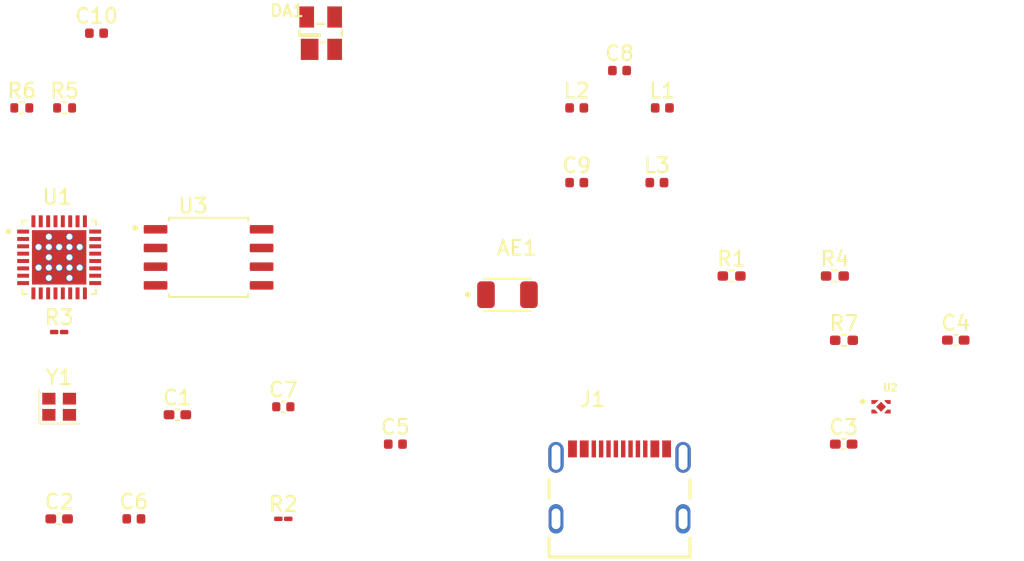
<source format=kicad_pcb>
(kicad_pcb (version 20211014) (generator pcbnew)
  (layers (0 "F.Cu" signal) (31 "B.Cu" signal) (34 "B.Paste" user) (35 "F.Paste" user) (36 "B.SilkS" user "B.Silkscreen") (37 "F.SilkS" user "F.Silkscreen") (38 "B.Mask" user) (39 "F.Mask" user) (44 "Edge.Cuts" user))
  (net 0 "")
  (net 1 "+3V3")
  (net 2 "CS-memory")
  (net 3 "Net-(C2-Pad1)")
  (net 4 "+3.3VA")
  (net 5 "GND")
  (net 6 "SPICLK-memory")
  (net 7 "DI-memory")
  (net 8 "DO-memory")
  (net 9 "Net-(AE1-Pad1)")
  (net 10 "Net-(R3-Pad2)")
  (net 11 "antenna")
  (net 12 "XTAL_N")
  (net 13 "GPIO2_STRAP")
  (net 14 "GPIO8_STRAP")
  (net 15 "XTAL_P")
  (net 16 "GPIO4")
  (net 17 "GPIO5")
  (net 18 "GPIO6")
  (net 19 "GPIO7")
  (net 20 "GPIO9_STRAP")
  (net 21 "GPIO10")
  (net 22 "USB_D-")
  (net 23 "USB_D+")
  (net 24 "GPIO20")
  (net 25 "GPIO21")
  (net 26 "GPIO0")
  (net 27 "GPIO1")
  (net 28 "GPIO3")
  (net 29 "GPIO11-to_breakout-TEST_ONLY")
  (net 30 "GPIO12-with_no_internal_flash_ONLY")
  (net 31 "GPIO13-with_no_internal_flash_ONLY")
  (net 32 "+5V")
  (net 33 "Net-(J1-PadA5)")
  (net 34 "Net-(J1-PadB5)")
  (net 39 "Net-(R7-Pad2)")
  (net 40 "Net-(C7-Pad2)")
  (footprint "Inductor_SMD:L_0402_1005Metric" (layer "F.Cu") (at 96.52 63.5)
    (fp_text reference "C10" (at 0 -1.17) (layer "F.SilkS"))
    (fp_text value "10nF")
    (pad "1" smd roundrect (at -0.485 0) (size 0.59 0.64) (layers "F.Cu" "F.Paste" "F.Mask") (net 4 "+3.3VA"))
    (pad "2" smd roundrect (at 0.485 0) (size 0.59 0.64) (layers "F.Cu" "F.Paste" "F.Mask") (net 5 "GND"))
  )
  (footprint "Inductor_SMD:L_0402_1005Metric" (layer "F.Cu") (at 116.84 91.44)
    (fp_text reference "C5" (at 0 -1.17) (layer "F.SilkS"))
    (fp_text value "4.7uF")
    (pad "1" smd roundrect (at -0.485 0) (size 0.59 0.64) (layers "F.Cu" "F.Paste" "F.Mask") (net 1 "+3V3"))
    (pad "2" smd roundrect (at 0.485 0) (size 0.59 0.64) (layers "F.Cu" "F.Paste" "F.Mask") (net 5 "GND"))
  )
  (footprint "Inductor_SMD:L_0402_1005Metric" (layer "F.Cu") (at 134.62 73.66)
    (fp_text reference "L3" (at 0 -1.17) (layer "F.SilkS"))
    (fp_text value "39nH")
    (pad "1" smd roundrect (at -0.485 0) (size 0.59 0.64) (layers "F.Cu" "F.Paste" "F.Mask") (net 1 "+3V3"))
    (pad "2" smd roundrect (at 0.485 0) (size 0.59 0.64) (layers "F.Cu" "F.Paste" "F.Mask") (net 4 "+3.3VA"))
  )
  (footprint "Resistor_SMD:R_01005_0402Metric_Pad0.57x0.30mm_HandSolder" (layer "F.Cu") (at 109.22 96.52)
    (fp_text reference "R2" (at 0 -1) (layer "F.SilkS"))
    (fp_text value "0")
    (pad "1" smd roundrect (at -0.3375 0) (size 0.575 0.3) (layers "F.Cu" "F.Mask") (net 3 "Net-(C2-Pad1)"))
    (pad "2" smd roundrect (at 0.3375 0) (size 0.575 0.3) (layers "F.Cu" "F.Mask") (net 12 "XTAL_N"))
  )
  (footprint "Resistor_SMD:R_0402_1005Metric" (layer "F.Cu") (at 91.44 68.58)
    (fp_text reference "R6" (at 0 -1.17) (layer "F.SilkS"))
    (fp_text value "10k")
    (fp_line (start -0.153641 -0.38) (end 0.153641 -0.38) (layer "F.SilkS") (width 0.12))
    (fp_line (start -0.153641 0.38) (end 0.153641 0.38) (layer "F.SilkS") (width 0.12))
    (pad "1" smd roundrect (at -0.51 0) (size 0.54 0.64) (layers "F.Cu" "F.Paste" "F.Mask") (net 13 "GPIO2_STRAP"))
    (pad "2" smd roundrect (at 0.51 0) (size 0.54 0.64) (layers "F.Cu" "F.Paste" "F.Mask") (net 1 "+3V3"))
  )
  (footprint "ANT-2450AT18A100E:ANTC3216X140N" (layer "F.Cu") (at 124.46 81.28)
    (fp_text reference "AE1" (at 0.635945 -3.179785) (layer "F.SilkS") (effects (font (size 1.001504 1.001504))))
    (fp_text value "2450AT18A100E")
    (fp_line (start -1.6 -1.09) (end 1.6 -1.09) (layer "F.SilkS") (width 0.127))
    (fp_line (start -1.6 1.09) (end 1.6 1.09) (layer "F.SilkS") (width 0.127))
    (fp_circle (center -2.7 0) (end -2.6 0) (layer "F.SilkS") (width 0.2) (fill none))
    (pad "1" smd roundrect locked (at -1.46 0 180) (size 1.2 1.82) (layers "F.Cu" "F.Paste" "F.Mask") (roundrect_rratio 0.23) (net 9 "Net-(AE1-Pad1)"))
    (pad "2" smd roundrect locked (at 1.46 0 180) (size 1.2 1.82) (layers "F.Cu" "F.Paste" "F.Mask") (roundrect_rratio 0.23))
  )
  (footprint "Inductor_SMD:L_0402_1005Metric" (layer "F.Cu") (at 132.08 66.04)
    (fp_text reference "C8" (at 0 -1.17) (layer "F.SilkS"))
    (fp_text value "100nF")
    (pad "1" smd roundrect (at -0.485 0) (size 0.59 0.64) (layers "F.Cu" "F.Paste" "F.Mask") (net 1 "+3V3"))
    (pad "2" smd roundrect (at 0.485 0) (size 0.59 0.64) (layers "F.Cu" "F.Paste" "F.Mask") (net 5 "GND"))
  )
  (footprint "Resistor_SMD:R_01005_0402Metric_Pad0.57x0.30mm_HandSolder" (layer "F.Cu") (at 93.98 83.82)
    (fp_text reference "R3" (at 0 -1) (layer "F.SilkS"))
    (fp_text value "10k")
    (pad "1" smd roundrect (at -0.3375 0) (size 0.575 0.3) (layers "F.Cu" "F.Mask") (net 1 "+3V3"))
    (pad "2" smd roundrect (at 0.3375 0) (size 0.575 0.3) (layers "F.Cu" "F.Mask") (net 10 "Net-(R3-Pad2)"))
  )
  (footprint "Inductor_SMD:L_0402_1005Metric" (layer "F.Cu") (at 129.17 73.66)
    (fp_text reference "C9" (at 0 -1.17) (layer "F.SilkS"))
    (fp_text value "1uF")
    (pad "1" smd roundrect (at -0.485 0) (size 0.59 0.64) (layers "F.Cu" "F.Paste" "F.Mask") (net 4 "+3.3VA"))
    (pad "2" smd roundrect (at 0.485 0) (size 0.59 0.64) (layers "F.Cu" "F.Paste" "F.Mask") (net 5 "GND"))
  )
  (footprint "Inductor_SMD:L_0402_1005Metric" (layer "F.Cu") (at 129.17 68.58)
    (fp_text reference "L2" (at 0 -1.17) (layer "F.SilkS"))
    (fp_text value "3.9 nH")
    (pad "1" smd roundrect (at -0.485 0) (size 0.59 0.64) (layers "F.Cu" "F.Paste" "F.Mask") (net 40 "Net-(C7-Pad2)"))
    (pad "2" smd roundrect (at 0.485 0) (size 0.59 0.64) (layers "F.Cu" "F.Paste" "F.Mask") (net 9 "Net-(AE1-Pad1)"))
  )
  (footprint "Crystal:Crystal_SMD_2016-4Pin_2.0x1.6mm" (layer "F.Cu") (at 93.98 88.9)
    (fp_text reference "Y1" (at 0 -2) (layer "F.SilkS"))
    (fp_text value "40MHz")
    (fp_line (start -1.35 1.15) (end 1.35 1.15) (layer "F.SilkS") (width 0.12))
    (fp_line (start -1.35 -1.15) (end -1.35 1.15) (layer "F.SilkS") (width 0.12))
    (pad "1" smd rect (at -0.7 0.55) (size 0.9 0.8) (layers "F.Cu" "F.Paste" "F.Mask") (net 15 "XTAL_P"))
    (pad "2" smd rect (at 0.7 0.55) (size 0.9 0.8) (layers "F.Cu" "F.Paste" "F.Mask") (net 5 "GND"))
    (pad "3" smd rect (at 0.7 -0.55) (size 0.9 0.8) (layers "F.Cu" "F.Paste" "F.Mask") (net 3 "Net-(C2-Pad1)"))
    (pad "4" smd rect (at -0.7 -0.55) (size 0.9 0.8) (layers "F.Cu" "F.Paste" "F.Mask") (net 5 "GND"))
  )
  (footprint "Resistor_SMD:R_0402_1005Metric_Pad0.72x0.64mm_HandSolder" (layer "F.Cu") (at 147.34 84.38)
    (fp_text reference "R7" (at 0 -1.17) (layer "F.SilkS"))
    (fp_text value "10k")
    (fp_line (start -0.167621 0.38) (end 0.167621 0.38) (layer "F.SilkS") (width 0.12))
    (fp_line (start -0.167621 -0.38) (end 0.167621 -0.38) (layer "F.SilkS") (width 0.12))
    (pad "1" smd roundrect (at -0.5975 0) (size 0.715 0.64) (layers "F.Cu" "F.Paste" "F.Mask") (net 32 "+5V"))
    (pad "2" smd roundrect (at 0.5975 0) (size 0.715 0.64) (layers "F.Cu" "F.Paste" "F.Mask") (net 39 "Net-(R7-Pad2)"))
  )
  (footprint "ESD_protection-SR05:SOT143" (layer "F.Cu") (at 111.76 63.5)
    (fp_text reference "DA1" (at -2.287055 -1.524705 180) (layer "F.SilkS") (effects (font (size 0.80037 0.80037))))
    (fp_text value "SR05")
    (fp_line (start -1.4478 -0.1778) (end -1.4478 0.1778) (layer "F.SilkS") (width 0.1524))
    (fp_line (start 0.0508 0.635) (end 0.254 0.635) (layer "F.SilkS") (width 0.1524))
    (fp_line (start -0.254 -0.635) (end 0.254 -0.635) (layer "F.SilkS") (width 0.1524))
    (fp_line (start 1.4478 -0.1778) (end 1.4478 0.1778) (layer "F.SilkS") (width 0.1524))
    (fp_poly (pts (xy -1.47434 0) (xy 0 0) (xy 0 0.254197) (xy -1.47434 0.254197)) (layer "F.SilkS") (width 0.01) (fill solid))
    (pad "1" smd rect locked (at -0.75 1.1) (size 1.2 1.44) (layers "F.Cu" "F.Paste" "F.Mask") (net 5 "GND"))
    (pad "2" smd rect locked (at 0.95 1.1) (size 1 1.44) (layers "F.Cu" "F.Paste" "F.Mask") (net 22 "USB_D-"))
    (pad "3" smd rect locked (at 0.95 -1.1) (size 1 1.44) (layers "F.Cu" "F.Paste" "F.Mask") (net 23 "USB_D+"))
    (pad "4" smd rect locked (at -0.95 -1.1) (size 1 1.44) (layers "F.Cu" "F.Paste" "F.Mask") (net 32 "+5V"))
  )
  (footprint "LDO-MIC5524-3-3YMT-TZ:VREG_MIC5524-3.3YMT-TZ" (layer "F.Cu") (at 149.86 88.9)
    (fp_text reference "U2" (at 0.624 -1.3048) (layer "F.SilkS") (effects (font (size 0.48 0.48))))
    (fp_text value "MIC5524-3.3YMT-TZ")
    (fp_circle (center -1.238 -0.342) (end -1.138 -0.342) (layer "F.SilkS") (width 0.2) (fill none))
    (pad "1" smd custom locked (at -0.45 -0.325) (size 0.1 0.1) (layers "F.Cu") (net 1 "+3V3") (options (clearance outline) (anchor rect)) (primitives (gr_poly (pts (xy -0.2 -0.125) (xy -0.2 0.125) (xy 0.02 0.125) (xy 0.27 -0.125)) (width 0.01) (fill yes))))
    (pad "2" smd custom locked (at -0.45 0.325) (size 0.1 0.1) (layers "F.Cu") (net 5 "GND") (options (clearance outline) (anchor rect)) (primitives (gr_poly (pts (xy 0.2 0.125) (xy -0.2 0.125) (xy -0.2 -0.125) (xy 0.02 -0.125) (xy 0.2 0.055)) (width 0.01) (fill yes))))
    (pad "3" smd custom locked (at 0.45 0.325) (size 0.1 0.1) (layers "F.Cu") (net 39 "Net-(R7-Pad2)") (options (clearance outline) (anchor rect)) (primitives (gr_poly (pts (xy 0.2 0.125) (xy -0.2 0.125) (xy -0.2 0.055) (xy -0.02 -0.125) (xy 0.2 -0.125)) (width 0.01) (fill yes))))
    (pad "4" smd custom locked (at 0.45 -0.325) (size 0.1 0.1) (layers "F.Cu") (net 32 "+5V") (options (clearance outline) (anchor rect)) (primitives (gr_poly (pts (xy -0.02 0.125) (xy -0.2 -0.055) (xy -0.2 -0.125) (xy 0.2 -0.125) (xy 0.2 0.125)) (width 0.01) (fill yes))))
    (pad "EP" smd rect locked (at 0 0 45) (size 0.48 0.48) (layers "F.Cu" "F.Paste" "F.Mask") (net 5 "GND"))
  )
  (footprint "Capacitor_SMD:C_0402_1005Metric_Pad0.74x0.62mm_HandSolder" (layer "F.Cu") (at 93.98 96.52)
    (fp_text reference "C2" (at 0 -1.16) (layer "F.SilkS"))
    (fp_text value "8pF")
    (fp_line (start -0.115835 0.36) (end 0.115835 0.36) (layer "F.SilkS") (width 0.12))
    (fp_line (start -0.115835 -0.36) (end 0.115835 -0.36) (layer "F.SilkS") (width 0.12))
    (pad "1" smd roundrect (at -0.5675 0) (size 0.735 0.62) (layers "F.Cu" "F.Paste" "F.Mask") (net 3 "Net-(C2-Pad1)"))
    (pad "2" smd roundrect (at 0.5675 0) (size 0.735 0.62) (layers "F.Cu" "F.Paste" "F.Mask") (net 5 "GND"))
  )
  (footprint "W25Q16JVSSIQ:SOIC127P790X216-8N" (layer "F.Cu") (at 104.14 78.74)
    (fp_text reference "U3" (at -1.05616 -3.50582) (layer "F.SilkS") (effects (font (size 1.001087 1.001087))))
    (fp_text value "W25Q16JVSSIQ")
    (fp_line (start -2.69 -2.69) (end -2.69 -2.51) (layer "F.SilkS") (width 0.127))
    (fp_line (start 2.69 -2.69) (end 2.69 -2.51) (layer "F.SilkS") (width 0.127))
    (fp_line (start 2.69 2.51) (end 2.69 2.69) (layer "F.SilkS") (width 0.127))
    (fp_line (start -2.69 2.69) (end 2.69 2.69) (layer "F.SilkS") (width 0.127))
    (fp_line (start -2.69 -2.69) (end 2.69 -2.69) (layer "F.SilkS") (width 0.127))
    (fp_line (start -2.69 2.51) (end -2.69 2.69) (layer "F.SilkS") (width 0.127))
    (fp_circle (center -5 -2) (end -4.9 -2) (layer "F.SilkS") (width 0.2) (fill none))
    (pad "1" smd roundrect locked (at -3.605 -1.905) (size 1.61 0.58) (layers "F.Cu" "F.Paste" "F.Mask") (roundrect_rratio 0.14) (net 2 "CS-memory"))
    (pad "2" smd roundrect locked (at -3.605 -0.635) (size 1.61 0.58) (layers "F.Cu" "F.Paste" "F.Mask") (roundrect_rratio 0.14) (net 8 "DO-memory"))
    (pad "3" smd roundrect locked (at -3.605 0.635) (size 1.61 0.58) (layers "F.Cu" "F.Paste" "F.Mask") (roundrect_rratio 0.14))
    (pad "4" smd roundrect locked (at -3.605 1.905) (size 1.61 0.58) (layers "F.Cu" "F.Paste" "F.Mask") (roundrect_rratio 0.14) (net 5 "GND"))
    (pad "5" smd roundrect locked (at 3.605 1.905) (size 1.61 0.58) (layers "F.Cu" "F.Paste" "F.Mask") (roundrect_rratio 0.14) (net 7 "DI-memory"))
    (pad "6" smd roundrect locked (at 3.605 0.635) (size 1.61 0.58) (layers "F.Cu" "F.Paste" "F.Mask") (roundrect_rratio 0.14) (net 6 "SPICLK-memory"))
    (pad "7" smd roundrect locked (at 3.605 -0.635) (size 1.61 0.58) (layers "F.Cu" "F.Paste" "F.Mask") (roundrect_rratio 0.14))
    (pad "8" smd roundrect locked (at 3.605 -1.905) (size 1.61 0.58) (layers "F.Cu" "F.Paste" "F.Mask") (roundrect_rratio 0.14) (net 1 "+3V3"))
  )
  (footprint "Inductor_SMD:L_0402_1005Metric" (layer "F.Cu") (at 99.06 96.52)
    (fp_text reference "C6" (at 0 -1.17) (layer "F.SilkS"))
    (fp_text value "100nF")
    (pad "1" smd roundrect (at -0.485 0) (size 0.59 0.64) (layers "F.Cu" "F.Paste" "F.Mask") (net 1 "+3V3"))
    (pad "2" smd roundrect (at 0.485 0) (size 0.59 0.64) (layers "F.Cu" "F.Paste" "F.Mask") (net 5 "GND"))
  )
  (footprint "USBC-USB4105-GF-A:GCT_USB4105-GF-A" (layer "F.Cu") (at 132.08 96.52)
    (fp_text reference "J1" (at -1.825 -8.135) (layer "F.SilkS"))
    (fp_text value "USB4105-GF-A")
    (fp_line (start 4.79 2.6) (end 4.79 1.32) (layer "F.SilkS") (width 0.2))
    (fp_line (start -4.79 1.32) (end -4.79 2.6) (layer "F.SilkS") (width 0.2))
    (fp_line (start 4.79 -2.65) (end 4.79 -1.4) (layer "F.SilkS") (width 0.2))
    (fp_line (start -4.79 -2.65) (end -4.79 -1.4) (layer "F.SilkS") (width 0.2))
    (fp_line (start -4.79 2.6) (end 4.79 2.6) (layer "F.SilkS") (width 0.2))
    (pad "" np_thru_hole circle locked (at 2.89 -3.68) (size 0.65 0.65) (drill 0.65) (layers *.Cu *.Mask))
    (pad "" np_thru_hole circle locked (at -2.89 -3.68) (size 0.65 0.65) (drill 0.65) (layers *.Cu *.Mask))
    (pad "A1_B12" smd rect locked (at -3.2 -4.755) (size 0.6 1.15) (layers "F.Cu" "F.Paste" "F.Mask") (net 5 "GND"))
    (pad "A4_B9" smd rect locked (at -2.4 -4.755) (size 0.6 1.15) (layers "F.Cu" "F.Paste" "F.Mask") (net 32 "+5V"))
    (pad "A5" smd rect locked (at -1.25 -4.755) (size 0.3 1.15) (layers "F.Cu" "F.Paste" "F.Mask") (net 33 "Net-(J1-PadA5)"))
    (pad "A6" smd rect locked (at -0.25 -4.755) (size 0.3 1.15) (layers "F.Cu" "F.Paste" "F.Mask") (net 23 "USB_D+"))
    (pad "A7" smd rect locked (at 0.25 -4.755) (size 0.3 1.15) (layers "F.Cu" "F.Paste" "F.Mask") (net 22 "USB_D-"))
    (pad "A8" smd rect locked (at 1.25 -4.755) (size 0.3 1.15) (layers "F.Cu" "F.Paste" "F.Mask"))
    (pad "B1_A12" smd rect locked (at 3.2 -4.755) (size 0.6 1.15) (layers "F.Cu" "F.Paste" "F.Mask") (net 5 "GND"))
    (pad "B4_A9" smd rect locked (at 2.4 -4.755) (size 0.6 1.15) (layers "F.Cu" "F.Paste" "F.Mask") (net 32 "+5V"))
    (pad "B5" smd rect locked (at 1.75 -4.755) (size 0.3 1.15) (layers "F.Cu" "F.Paste" "F.Mask") (net 34 "Net-(J1-PadB5)"))
    (pad "B6" smd rect locked (at 0.75 -4.755) (size 0.3 1.15) (layers "F.Cu" "F.Paste" "F.Mask") (net 23 "USB_D+"))
    (pad "B7" smd rect locked (at -0.75 -4.755) (size 0.3 1.15) (layers "F.Cu" "F.Paste" "F.Mask") (net 22 "USB_D-"))
    (pad "B8" smd rect locked (at -1.75 -4.755) (size 0.3 1.15) (layers "F.Cu" "F.Paste" "F.Mask"))
    (pad "S1" thru_hole oval locked (at -4.32 -4.18) (size 1.05 2.1) (drill oval 0.6 1.7) (layers *.Cu *.Mask) (net 5 "GND"))
    (pad "S2" thru_hole oval locked (at -4.32 0) (size 1 2) (drill oval 0.6 1.4) (layers *.Cu *.Mask) (net 5 "GND"))
    (pad "S3" thru_hole oval locked (at 4.32 0) (size 1 2) (drill oval 0.6 1.4) (layers *.Cu *.Mask) (net 5 "GND"))
    (pad "S4" thru_hole oval locked (at 4.32 -4.18) (size 1.05 2.1) (drill oval 0.6 1.7) (layers *.Cu *.Mask) (net 5 "GND"))
  )
  (footprint "Capacitor_SMD:C_0402_1005Metric_Pad0.74x0.62mm_HandSolder" (layer "F.Cu") (at 147.32 91.44)
    (fp_text reference "C3" (at 0 -1.16) (layer "F.SilkS"))
    (fp_text value "2.2uF")
    (fp_line (start -0.115835 -0.36) (end 0.115835 -0.36) (layer "F.SilkS") (width 0.12))
    (fp_line (start -0.115835 0.36) (end 0.115835 0.36) (layer "F.SilkS") (width 0.12))
    (pad "1" smd roundrect (at -0.5675 0) (size 0.735 0.62) (layers "F.Cu" "F.Paste" "F.Mask") (net 32 "+5V"))
    (pad "2" smd roundrect (at 0.5675 0) (size 0.735 0.62) (layers "F.Cu" "F.Paste" "F.Mask") (net 5 "GND"))
  )
  (footprint "Capacitor_SMD:C_0402_1005Metric_Pad0.74x0.62mm_HandSolder" (layer "F.Cu") (at 102.02 89.44)
    (fp_text reference "C1" (at 0 -1.16) (layer "F.SilkS"))
    (fp_text value "8pF")
    (fp_line (start -0.115835 -0.36) (end 0.115835 -0.36) (layer "F.SilkS") (width 0.12))
    (fp_line (start -0.115835 0.36) (end 0.115835 0.36) (layer "F.SilkS") (width 0.12))
    (pad "1" smd roundrect (at -0.5675 0) (size 0.735 0.62) (layers "F.Cu" "F.Paste" "F.Mask") (net 15 "XTAL_P"))
    (pad "2" smd roundrect (at 0.5675 0) (size 0.735 0.62) (layers "F.Cu" "F.Paste" "F.Mask") (net 5 "GND"))
  )
  (footprint "Inductor_SMD:L_0402_1005Metric" (layer "F.Cu") (at 134.99 68.58)
    (fp_text reference "L1" (at 0 -1.17) (layer "F.SilkS"))
    (fp_text value "2.7 nH")
    (pad "1" smd roundrect (at -0.485 0) (size 0.59 0.64) (layers "F.Cu" "F.Paste" "F.Mask") (net 5 "GND"))
    (pad "2" smd roundrect (at 0.485 0) (size 0.59 0.64) (layers "F.Cu" "F.Paste" "F.Mask") (net 40 "Net-(C7-Pad2)"))
  )
  (footprint "Capacitor_SMD:C_0402_1005Metric" (layer "F.Cu") (at 109.22 88.9)
    (fp_text reference "C7" (at 0 -1.16) (layer "F.SilkS"))
    (fp_text value "1pF")
    (fp_line (start -0.107836 0.36) (end 0.107836 0.36) (layer "F.SilkS") (width 0.12))
    (fp_line (start -0.107836 -0.36) (end 0.107836 -0.36) (layer "F.SilkS") (width 0.12))
    (pad "1" smd roundrect (at -0.48 0) (size 0.56 0.62) (layers "F.Cu" "F.Paste" "F.Mask") (net 11 "antenna"))
    (pad "2" smd roundrect (at 0.48 0) (size 0.56 0.62) (layers "F.Cu" "F.Paste" "F.Mask") (net 40 "Net-(C7-Pad2)"))
  )
  (footprint "Capacitor_SMD:C_0402_1005Metric_Pad0.74x0.62mm_HandSolder" (layer "F.Cu") (at 154.94 84.37)
    (fp_text reference "C4" (at 0 -1.16) (layer "F.SilkS"))
    (fp_text value "2.2uF")
    (fp_line (start -0.115835 0.36) (end 0.115835 0.36) (layer "F.SilkS") (width 0.12))
    (fp_line (start -0.115835 -0.36) (end 0.115835 -0.36) (layer "F.SilkS") (width 0.12))
    (pad "1" smd roundrect (at -0.5675 0) (size 0.735 0.62) (layers "F.Cu" "F.Paste" "F.Mask") (net 1 "+3V3"))
    (pad "2" smd roundrect (at 0.5675 0) (size 0.735 0.62) (layers "F.Cu" "F.Paste" "F.Mask") (net 5 "GND"))
  )
  (footprint "Resistor_SMD:R_0402_1005Metric_Pad0.72x0.64mm_HandSolder" (layer "F.Cu") (at 139.7 80.01)
    (fp_text reference "R1" (at 0 -1.17) (layer "F.SilkS"))
    (fp_text value "5.1k 1%")
    (fp_line (start -0.167621 -0.38) (end 0.167621 -0.38) (layer "F.SilkS") (width 0.12))
    (fp_line (start -0.167621 0.38) (end 0.167621 0.38) (layer "F.SilkS") (width 0.12))
    (pad "1" smd roundrect (at -0.5975 0) (size 0.715 0.64) (layers "F.Cu" "F.Paste" "F.Mask") (net 5 "GND"))
    (pad "2" smd roundrect (at 0.5975 0) (size 0.715 0.64) (layers "F.Cu" "F.Paste" "F.Mask") (net 33 "Net-(J1-PadA5)"))
  )
  (footprint "ESP32-C3:QFN50P500X500X90-33N" (layer "F.Cu") (at 93.98 78.74)
    (fp_text reference "U1" (at -0.135 -4.105) (layer "F.SilkS"))
    (fp_text value "ESP32-C3FH4")
    (fp_line (start 2.5 -2.5) (end 2.205 -2.5) (layer "F.SilkS") (width 0.127))
    (fp_line (start -2.5 -2.5) (end -2.5 -2.205) (layer "F.SilkS") (width 0.127))
    (fp_line (start -2.5 2.5) (end -2.205 2.5) (layer "F.SilkS") (width 0.127))
    (fp_line (start 2.5 -2.5) (end 2.5 -2.205) (layer "F.SilkS") (width 0.127))
    (fp_line (start -2.5 -2.5) (end -2.205 -2.5) (layer "F.SilkS") (width 0.127))
    (fp_line (start -2.5 2.5) (end -2.5 2.205) (layer "F.SilkS") (width 0.127))
    (fp_line (start 2.5 2.5) (end 2.205 2.5) (layer "F.SilkS") (width 0.127))
    (fp_line (start 2.5 2.5) (end 2.5 2.205) (layer "F.SilkS") (width 0.127))
    (fp_circle (center -3.46 -1.75) (end -3.36 -1.75) (layer "F.SilkS") (width 0.2) (fill none))
    (pad "1" smd roundrect locked (at -2.45 -1.75) (size 0.81 0.27) (layers "F.Cu" "F.Paste" "F.Mask") (roundrect_rratio 0.03) (net 11 "antenna"))
    (pad "2" smd roundrect locked (at -2.45 -1.25) (size 0.81 0.27) (layers "F.Cu" "F.Paste" "F.Mask") (roundrect_rratio 0.03) (net 4 "+3.3VA"))
    (pad "3" smd roundrect locked (at -2.45 -0.75) (size 0.81 0.27) (layers "F.Cu" "F.Paste" "F.Mask") (roundrect_rratio 0.03) (net 4 "+3.3VA"))
    (pad "4" smd roundrect locked (at -2.45 -0.25) (size 0.81 0.27) (layers "F.Cu" "F.Paste" "F.Mask") (roundrect_rratio 0.03) (net 26 "GPIO0"))
    (pad "5" smd roundrect locked (at -2.45 0.25) (size 0.81 0.27) (layers "F.Cu" "F.Paste" "F.Mask") (roundrect_rratio 0.03) (net 27 "GPIO1"))
    (pad "6" smd roundrect locked (at -2.45 0.75) (size 0.81 0.27) (layers "F.Cu" "F.Paste" "F.Mask") (roundrect_rratio 0.03) (net 13 "GPIO2_STRAP"))
    (pad "7" smd roundrect locked (at -2.45 1.25) (size 0.81 0.27) (layers "F.Cu" "F.Paste" "F.Mask") (roundrect_rratio 0.03) (net 10 "Net-(R3-Pad2)"))
    (pad "8" smd roundrect locked (at -2.45 1.75) (size 0.81 0.27) (layers "F.Cu" "F.Paste" "F.Mask") (roundrect_rratio 0.03) (net 28 "GPIO3"))
    (pad "9" smd roundrect locked (at -1.75 2.45) (size 0.27 0.81) (layers "F.Cu" "F.Paste" "F.Mask") (roundrect_rratio 0.1) (net 16 "GPIO4"))
    (pad "10" smd roundrect locked (at -1.25 2.45) (size 0.27 0.81) (layers "F.Cu" "F.Paste" "F.Mask") (roundrect_rratio 0.1) (net 17 "GPIO5"))
    (pad "11" smd roundrect locked (at -0.75 2.45) (size 0.27 0.81) (layers "F.Cu" "F.Paste" "F.Mask") (roundrect_rratio 0.1) (net 1 "+3V3"))
    (pad "12" smd roundrect locked (at -0.25 2.45) (size 0.27 0.81) (layers "F.Cu" "F.Paste" "F.Mask") (roundrect_rratio 0.1) (net 18 "GPIO6"))
    (pad "13" smd roundrect locked (at 0.25 2.45) (size 0.27 0.81) (layers "F.Cu" "F.Paste" "F.Mask") (roundrect_rratio 0.1) (net 19 "GPIO7"))
    (pad "14" smd roundrect locked (at 0.75 2.45) (size 0.27 0.81) (layers "F.Cu" "F.Paste" "F.Mask") (roundrect_rratio 0.1) (net 14 "GPIO8_STRAP"))
    (pad "15" smd roundrect locked (at 1.25 2.45) (size 0.27 0.81) (layers "F.Cu" "F.Paste" "F.Mask") (roundrect_rratio 0.1) (net 20 "GPIO9_STRAP"))
    (pad "16" smd roundrect locked (at 1.75 2.45) (size 0.27 0.81) (layers "F.Cu" "F.Paste" "F.Mask") (roundrect_rratio 0.1) (net 21 "GPIO10"))
    (pad "17" smd roundrect locked (at 2.45 1.75) (size 0.81 0.27) (layers "F.Cu" "F.Paste" "F.Mask") (roundrect_rratio 0.03) (net 1 "+3V3"))
    (pad "18" smd roundrect locked (at 2.45 1.25) (size 0.81 0.27) (layers "F.Cu" "F.Paste" "F.Mask") (roundrect_rratio 0.03) (net 29 "GPIO11-to_breakout-TEST_ONLY"))
    (pad "19" smd roundrect locked (at 2.45 0.75) (size 0.81 0.27) (layers "F.Cu" "F.Paste" "F.Mask") (roundrect_rratio 0.03) (net 30 "GPIO12-with_no_internal_flash_ONLY"))
    (pad "20" smd roundrect locked (at 2.45 0.25) (size 0.81 0.27) (layers "F.Cu" "F.Paste" "F.Mask") (roundrect_rratio 0.03) (net 31 "GPIO13-with_no_internal_flash_ONLY"))
    (pad "21" smd roundrect locked (at 2.45 -0.25) (size 0.81 0.27) (layers "F.Cu" "F.Paste" "F.Mask") (roundrect_rratio 0.03) (net 2 "CS-memory"))
    (pad "22" smd roundrect locked (at 2.45 -0.75) (size 0.81 0.27) (layers "F.Cu" "F.Paste" "F.Mask") (roundrect_rratio 0.03) (net 6 "SPICLK-memory"))
    (pad "23" smd roundrect locked (at 2.45 -1.25) (size 0.81 0.27) (layers "F.Cu" "F.Paste" "F.Mask") (roundrect_rratio 0.03) (net 7 "DI-memory"))
    (pad "24" smd roundrect locked (at 2.45 -1.75) (size 0.81 0.27) (layers "F.Cu" "F.Paste" "F.Mask") (roundrect_rratio 0.03) (net 8 "DO-memory"))
    (pad "25" smd roundrect locked (at 1.75 -2.45) (size 0.27 0.81) (layers "F.Cu" "F.Paste" "F.Mask") (roundrect_rratio 0.1) (net 22 "USB_D-"))
    (pad "26" smd roundrect locked (at 1.25 -2.45) (size 0.27 0.81) (layers "F.Cu" "F.Paste" "F.Mask") (roundrect_rratio 0.1) (net 23 "USB_D+"))
    (pad "27" smd roundrect locked (at 0.75 -2.45) (size 0.27 0.81) (layers "F.Cu" "F.Paste" "F.Mask") (roundrect_rratio 0.1) (net 24 "GPIO20"))
    (pad "28" smd roundrect locked (at 0.25 -2.45) (size 0.27 0.81) (layers "F.Cu" "F.Paste" "F.Mask") (roundrect_rratio 0.1) (net 25 "GPIO21"))
    (pad "29" smd roundrect locked (at -0.25 -2.45) (size 0.27 0.81) (layers "F.Cu" "F.Paste" "F.Mask") (roundrect_rratio 0.1) (net 12 "XTAL_N"))
    (pad "30" smd roundrect locked (at -0.75 -2.45) (size 0.27 0.81) (layers "F.Cu" "F.Paste" "F.Mask") (roundrect_rratio 0.1) (net 15 "XTAL_P"))
    (pad "31" smd roundrect locked (at -1.25 -2.45) (size 0.27 0.81) (layers "F.Cu" "F.Paste" "F.Mask") (roundrect_rratio 0.1) (net 4 "+3.3VA"))
    (pad "32" smd roundrect locked (at -1.75 -2.45) (size 0.27 0.81) (layers "F.Cu" "F.Paste" "F.Mask") (roundrect_rratio 0.1) (net 4 "+3.3VA"))
    (pad "33" smd rect locked (at 0 0) (size 3.7 3.7) (layers "F.Cu" "F.Mask") (net 5 "GND"))
    (pad "34" thru_hole circle locked (at -0.7 -1.4) (size 0.5 0.5) (drill 0.4) (layers *.Cu))
    (pad "35" thru_hole circle locked (at 0.7 -1.4) (size 0.5 0.5) (drill 0.4) (layers *.Cu))
    (pad "36" thru_hole circle locked (at -1.4 -0.7) (size 0.5 0.5) (drill 0.4) (layers *.Cu))
    (pad "37" thru_hole circle locked (at -0.7 -0.7) (size 0.5 0.5) (drill 0.4) (layers *.Cu))
    (pad "38" thru_hole circle locked (at 0 -0.7) (size 0.5 0.5) (drill 0.4) (layers *.Cu))
    (pad "39" thru_hole circle locked (at 0.7 -0.7) (size 0.5 0.5) (drill 0.4) (layers *.Cu))
    (pad "40" thru_hole circle locked (at 1.4 -0.7) (size 0.5 0.5) (drill 0.4) (layers *.Cu))
    (pad "41" thru_hole circle locked (at -0.7 0) (size 0.5 0.5) (drill 0.4) (layers *.Cu))
    (pad "42" thru_hole circle locked (at 0.7 0) (size 0.5 0.5) (drill 0.4) (layers *.Cu))
    (pad "43" thru_hole circle locked (at -1.4 0.7) (size 0.5 0.5) (drill 0.4) (layers *.Cu))
    (pad "44" thru_hole circle locked (at -0.7 0.7) (size 0.5 0.5) (drill 0.4) (layers *.Cu))
    (pad "45" thru_hole circle locked (at 0 0.7) (size 0.5 0.5) (drill 0.4) (layers *.Cu))
    (pad "46" thru_hole circle locked (at 0.7 0.7) (size 0.5 0.5) (drill 0.4) (layers *.Cu))
    (pad "47" thru_hole circle locked (at 1.4 0.7) (size 0.5 0.5) (drill 0.4) (layers *.Cu))
    (pad "48" thru_hole circle locked (at -0.7 1.4) (size 0.5 0.5) (drill 0.4) (layers *.Cu))
    (pad "49" thru_hole circle locked (at 0.7 1.4) (size 0.5 0.5) (drill 0.4) (layers *.Cu))
  )
  (footprint "Resistor_SMD:R_0402_1005Metric_Pad0.72x0.64mm_HandSolder" (layer "F.Cu") (at 146.7225 80.01)
    (fp_text reference "R4" (at 0 -1.17) (layer "F.SilkS"))
    (fp_text value "5.1k 1%")
    (fp_line (start -0.167621 -0.38) (end 0.167621 -0.38) (layer "F.SilkS") (width 0.12))
    (fp_line (start -0.167621 0.38) (end 0.167621 0.38) (layer "F.SilkS") (width 0.12))
    (pad "1" smd roundrect (at -0.5975 0) (size 0.715 0.64) (layers "F.Cu" "F.Paste" "F.Mask") (net 34 "Net-(J1-PadB5)"))
    (pad "2" smd roundrect (at 0.5975 0) (size 0.715 0.64) (layers "F.Cu" "F.Paste" "F.Mask") (net 5 "GND"))
  )
  (footprint "Resistor_SMD:R_0402_1005Metric" (layer "F.Cu") (at 94.35 68.58)
    (fp_text reference "R5" (at 0 -1.17) (layer "F.SilkS"))
    (fp_text value "10k")
    (fp_line (start -0.153641 0.38) (end 0.153641 0.38) (layer "F.SilkS") (width 0.12))
    (fp_line (start -0.153641 -0.38) (end 0.153641 -0.38) (layer "F.SilkS") (width 0.12))
    (pad "1" smd roundrect (at -0.51 0) (size 0.54 0.64) (layers "F.Cu" "F.Paste" "F.Mask") (net 14 "GPIO8_STRAP"))
    (pad "2" smd roundrect (at 0.51 0) (size 0.54 0.64) (layers "F.Cu" "F.Paste" "F.Mask") (net 1 "+3V3"))
  )
)
</source>
